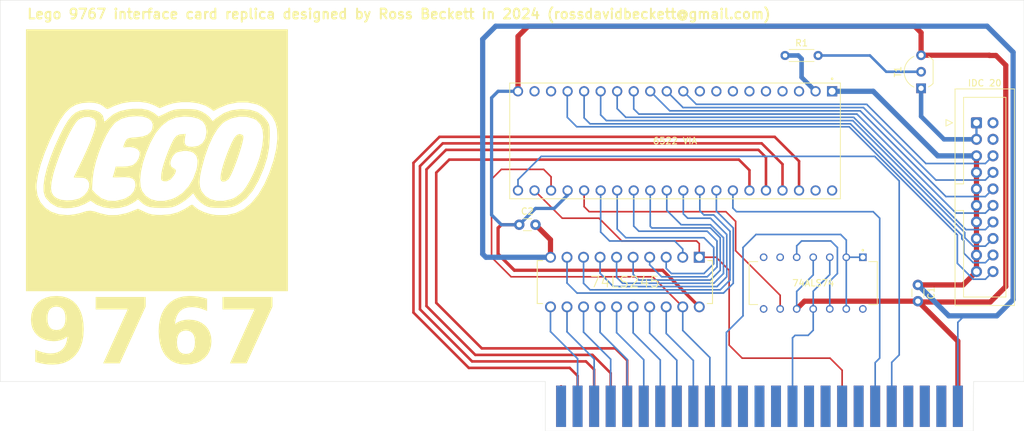
<source format=kicad_pcb>
(kicad_pcb (version 20240703) (generator "pcbnew") (generator_version "8.99")
  (title_block (title "apple2idiot") (date "2021-07-27") (rev "1.0.1") (company "Nathanial Hendler"))
  (layers (0 "F.Cu" signal) (31 "B.Cu" signal) (34 "B.Paste" user) (35 "F.Paste" user) (36 "B.SilkS" user "B.Silkscreen") (37 "F.SilkS" user "F.Silkscreen") (38 "B.Mask" user) (39 "F.Mask" user) (44 "Edge.Cuts" user))
  (net 0 "")
  (net 1 "/+12V")
  (net 2 "/D0")
  (net 3 "/D1")
  (net 4 "/D2")
  (net 5 "/D3")
  (net 6 "/D4")
  (net 7 "/D5")
  (net 8 "/D6")
  (net 9 "/D7")
  (net 10 "/~{DEVSEL}")
  (net 11 "/PHI0")
  (net 12 "/USER1")
  (net 13 "/PHI1")
  (net 14 "/Q3")
  (net 15 "/7M")
  (net 16 "/COLORREF")
  (net 17 "/-5V")
  (net 18 "/-12V")
  (net 19 "/~{INH}")
  (net 20 "/~{RES}")
  (net 21 "/~{IRQ}")
  (net 22 "/~{NMI}")
  (net 23 "/INTIN")
  (net 24 "/DMAIN")
  (net 25 "/~{IOSEL}")
  (net 26 "/A0")
  (net 27 "/A1")
  (net 28 "/A2")
  (net 29 "/A3")
  (net 30 "/A4")
  (net 31 "/A5")
  (net 32 "/A6")
  (net 33 "/A7")
  (net 34 "/A8")
  (net 35 "/A9")
  (net 36 "/A10")
  (net 37 "/A11")
  (net 38 "/A12")
  (net 39 "/A13")
  (net 40 "/A14")
  (net 41 "/A15")
  (net 42 "/R~{W}")
  (net 43 "/SYNC")
  (net 44 "/~{IOSTRB}")
  (net 45 "/RDY")
  (net 46 "/~{DMA}")
  (net 47 "/INTOUT")
  (net 48 "/DMAOUT")
  (net 49 "GND")
  (net 50 "+5V")
  (net 51 "PB7")
  (net 52 "PB6")
  (net 53 "PB5")
  (net 54 "PB4")
  (net 55 "PB3")
  (net 56 "PB2")
  (net 57 "PB1")
  (net 58 "PB0")
  (net 59 "PA0")
  (footprint "pub:AppleIIBus" (layer "F.Cu") (at 200.66 128.397)
    (property "Reference" "J1" (hide yes))
    (property "Value" "CARD EDGE" (hide yes))
    (pad "1" smd rect (at -30.48 0) (size 1.524 6.35) (layers "F.Cu" "F.Mask") (net 25 "/~{IOSEL}") (clearance 0.254))
    (pad "2" smd rect (at -27.94 0) (size 1.524 6.35) (layers "F.Cu" "F.Mask") (net 26 "/A0") (clearance 0.254))
    (pad "3" smd rect (at -25.4 0) (size 1.524 6.35) (layers "F.Cu" "F.Mask") (net 27 "/A1") (clearance 0.254))
    (pad "4" smd rect (at -22.86 0) (size 1.524 6.35) (layers "F.Cu" "F.Mask") (net 28 "/A2") (clearance 0.254))
    (pad "5" smd rect (at -20.32 0) (size 1.524 6.35) (layers "F.Cu" "F.Mask") (net 29 "/A3") (clearance 0.254))
    (pad "6" smd rect (at -17.78 0) (size 1.524 6.35) (layers "F.Cu" "F.Mask") (net 30 "/A4") (clearance 0.254))
    (pad "7" smd rect (at -15.24 0) (size 1.524 6.35) (layers "F.Cu" "F.Mask") (net 31 "/A5") (clearance 0.254))
    (pad "8" smd rect (at -12.7 0) (size 1.524 6.35) (layers "F.Cu" "F.Mask") (net 32 "/A6") (clearance 0.254))
    (pad "9" smd rect (at -10.16 0) (size 1.524 6.35) (layers "F.Cu" "F.Mask") (net 33 "/A7") (clearance 0.254))
    (pad "10" smd rect (at -7.62 0) (size 1.524 6.35) (layers "F.Cu" "F.Mask") (net 34 "/A8") (clearance 0.254))
    (pad "11" smd rect (at -5.08 0) (size 1.524 6.35) (layers "F.Cu" "F.Mask") (net 35 "/A9") (clearance 0.254))
    (pad "12" smd rect (at -2.54 0) (size 1.524 6.35) (layers "F.Cu" "F.Mask") (net 36 "/A10") (clearance 0.254))
    (pad "13" smd rect (at 0 0) (size 1.524 6.35) (layers "F.Cu" "F.Mask") (net 37 "/A11") (clearance 0.254))
    (pad "14" smd rect (at 2.54 0) (size 1.524 6.35) (layers "F.Cu" "F.Mask") (net 38 "/A12") (clearance 0.254))
    (pad "15" smd rect (at 5.08 0) (size 1.524 6.35) (layers "F.Cu" "F.Mask") (net 39 "/A13") (clearance 0.254))
    (pad "16" smd rect (at 7.62 0) (size 1.524 6.35) (layers "F.Cu" "F.Mask") (net 40 "/A14") (clearance 0.254))
    (pad "17" smd rect (at 10.16 0) (size 1.524 6.35) (layers "F.Cu" "F.Mask") (net 41 "/A15") (clearance 0.254))
    (pad "18" smd rect (at 12.7 0) (size 1.524 6.35) (layers "F.Cu" "F.Mask") (net 42 "/R~{W}") (clearance 0.254))
    (pad "19" smd rect (at 15.24 0) (size 1.524 6.35) (layers "F.Cu" "F.Mask") (net 43 "/SYNC") (clearance 0.254))
    (pad "20" smd rect (at 17.78 0) (size 1.524 6.35) (layers "F.Cu" "F.Mask") (net 44 "/~{IOSTRB}") (clearance 0.254))
    (pad "21" smd rect (at 20.32 0) (size 1.524 6.35) (layers "F.Cu" "F.Mask") (net 45 "/RDY") (clearance 0.254))
    (pad "22" smd rect (at 22.86 0) (size 1.524 6.35) (layers "F.Cu" "F.Mask") (net 46 "/~{DMA}") (clearance 0.254))
    (pad "23" smd rect (at 25.4 0) (size 1.524 6.35) (layers "F.Cu" "F.Mask") (net 47 "/INTOUT") (clearance 0.254))
    (pad "24" smd rect (at 27.94 0) (size 1.524 6.35) (layers "F.Cu" "F.Mask") (net 48 "/DMAOUT") (clearance 0.254))
    (pad "25" smd rect (at 30.48 0) (size 1.524 6.35) (layers "F.Cu" "F.Mask") (net 50 "+5V") (clearance 0.254))
    (pad "26" smd rect (at 30.48 0) (size 1.524 6.35) (layers "B.Cu" "B.Mask") (net 49 "GND") (clearance 0.254))
    (pad "27" smd rect (at 27.94 0) (size 1.524 6.35) (layers "B.Cu" "B.Mask") (net 24 "/DMAIN") (clearance 0.254))
    (pad "28" smd rect (at 25.4 0) (size 1.524 6.35) (layers "B.Cu" "B.Mask") (net 23 "/INTIN") (clearance 0.254))
    (pad "29" smd rect (at 22.86 0) (size 1.524 6.35) (layers "B.Cu" "B.Mask") (net 22 "/~{NMI}") (clearance 0.254))
    (pad "30" smd rect (at 20.32 0) (size 1.524 6.35) (layers "B.Cu" "B.Mask") (net 21 "/~{IRQ}") (clearance 0.254))
    (pad "31" smd rect (at 17.78 0) (size 1.524 6.35) (layers "B.Cu" "B.Mask") (net 20 "/~{RES}") (clearance 0.254))
    (pad "32" smd rect (at 15.24 0) (size 1.524 6.35) (layers "B.Cu" "B.Mask") (net 19 "/~{INH}") (clearance 0.254))
    (pad "33" smd rect (at 12.7 0) (size 1.524 6.35) (layers "B.Cu" "B.Mask") (net 18 "/-12V") (clearance 0.254))
    (pad "34" smd rect (at 10.16 0) (size 1.524 6.35) (layers "B.Cu" "B.Mask") (net 17 "/-5V") (clearance 0.254))
    (pad "35" smd rect (at 7.62 0) (size 1.524 6.35) (layers "B.Cu" "B.Mask") (net 16 "/COLORREF") (clearance 0.254))
    (pad "36" smd rect (at 5.08 0) (size 1.524 6.35) (layers "B.Cu" "B.Mask") (net 15 "/7M") (clearance 0.254))
    (pad "37" smd rect (at 2.54 0) (size 1.524 6.35) (layers "B.Cu" "B.Mask") (net 14 "/Q3") (clearance 0.254))
    (pad "38" smd rect (at 0 0) (size 1.524 6.35) (layers "B.Cu" "B.Mask") (net 13 "/PHI1") (clearance 0.254))
    (pad "39" smd rect (at -2.54 0) (size 1.524 6.35) (layers "B.Cu" "B.Mask") (net 12 "/USER1") (clearance 0.254))
    (pad "40" smd rect (at -5.08 0) (size 1.524 6.35) (layers "B.Cu" "B.Mask") (net 11 "/PHI0") (clearance 0.254))
    (pad "41" smd rect (at -7.62 0) (size 1.524 6.35) (layers "B.Cu" "B.Mask") (net 10 "/~{DEVSEL}") (clearance 0.254))
    (pad "42" smd rect (at -10.16 0) (size 1.524 6.35) (layers "B.Cu" "B.Mask") (net 9 "/D7") (clearance 0.254))
    (pad "43" smd rect (at -12.7 0) (size 1.524 6.35) (layers "B.Cu" "B.Mask") (net 8 "/D6") (clearance 0.254))
    (pad "44" smd rect (at -15.24 0) (size 1.524 6.35) (layers "B.Cu" "B.Mask") (net 7 "/D5") (clearance 0.254))
    (pad "45" smd rect (at -17.78 0) (size 1.524 6.35) (layers "B.Cu" "B.Mask") (net 6 "/D4") (clearance 0.254))
    (pad "46" smd rect (at -20.32 0) (size 1.524 6.35) (layers "B.Cu" "B.Mask") (net 5 "/D3") (clearance 0.254))
    (pad "47" smd rect (at -22.86 0) (size 1.524 6.35) (layers "B.Cu" "B.Mask") (net 4 "/D2") (clearance 0.254))
    (pad "48" smd rect (at -25.4 0) (size 1.524 6.35) (layers "B.Cu" "B.Mask") (net 3 "/D1") (clearance 0.254))
    (pad "49" smd rect (at -27.94 0) (size 1.524 6.35) (layers "B.Cu" "B.Mask") (net 2 "/D0") (clearance 0.254))
    (pad "50" smd rect (at -30.48 0) (size 1.524 6.35) (layers "B.Cu" "B.Mask") (net 1 "/+12V") (clearance 0.254))
  )
  (footprint "Resistor_THT:R_Axial_DIN0204_L3.6mm_D1.6mm_P5.08mm_Horizontal" (layer "F.Cu") (at 204.591906 74.5)
    (property "Reference" "R1" (at 2.54 -1.92 0) (layer "F.SilkS"))
    (property "Value" "R_Axial_DIN0204_L3.6mm_D1.6mm_P5.08mm_Horizontal" (hide yes))
    (pad "1" thru_hole circle (at 0 0) (size 1.4 1.4) (drill 0.7) (layers "*.Cu" "*.Mask") (net 59 "PA0"))
    (pad "2" thru_hole oval (at 5.08 0) (size 1.4 1.4) (drill 0.7) (layers "*.Cu" "*.Mask") (net 59 "PA0"))
  )
  (footprint "DIP40:AMPHENOL_DILB40P-223TLF" (layer "F.Cu") (at 187.69 87.62 -90)
    (property "Reference" "6522 VIA" (at 0 0 0) (layer "F.SilkS"))
    (property "Value" "AMPHENOL_DILB40P-223TLF" (hide yes))
    (pad "+5V" thru_hole circle (at -7.62 24.13 270) (size 1.575 1.575) (drill 1.05) (layers "*.Cu" "*.Mask") (net 50 "+5V"))
    (pad "02" thru_hole circle (at 7.62 13.97 270) (size 1.575 1.575) (drill 1.05) (layers "*.Cu" "*.Mask"))
    (pad "03" thru_hole circle (at -7.62 -19.05 270) (size 1.575 1.575) (drill 1.05) (layers "*.Cu" "*.Mask"))
    (pad "04" thru_hole circle (at -7.62 -16.51 270) (size 1.575 1.575) (drill 1.05) (layers "*.Cu" "*.Mask"))
    (pad "05" thru_hole circle (at -7.62 -13.97 270) (size 1.575 1.575) (drill 1.05) (layers "*.Cu" "*.Mask"))
    (pad "06" thru_hole circle (at -7.62 -11.43 270) (size 1.575 1.575) (drill 1.05) (layers "*.Cu" "*.Mask"))
    (pad "07" thru_hole circle (at -7.62 -8.89 270) (size 1.575 1.575) (drill 1.05) (layers "*.Cu" "*.Mask"))
    (pad "08" thru_hole circle (at -7.62 -6.35 270) (size 1.575 1.575) (drill 1.05) (layers "*.Cu" "*.Mask"))
    (pad "09" thru_hole circle (at -7.62 -3.81 270) (size 1.575 1.575) (drill 1.05) (layers "*.Cu" "*.Mask"))
    (pad "21" thru_hole circle (at 7.62 24.13 270) (size 1.575 1.575) (drill 1.05) (layers "*.Cu" "*.Mask") (net 21 "/~{IRQ}"))
    (pad "22" thru_hole circle (at 7.62 21.59 270) (size 1.575 1.575) (drill 1.05) (layers "*.Cu" "*.Mask") (net 42 "/R~{W}"))
    (pad "23" thru_hole circle (at 7.62 19.05 270) (size 1.575 1.575) (drill 1.05) (layers "*.Cu" "*.Mask") (net 10 "/~{DEVSEL}"))
    (pad "34" thru_hole circle (at 7.62 -8.89 270) (size 1.575 1.575) (drill 1.05) (layers "*.Cu" "*.Mask") (net 20 "/~{RES}"))
    (pad "35" thru_hole circle (at 7.62 -11.43 270) (size 1.575 1.575) (drill 1.05) (layers "*.Cu" "*.Mask") (net 29 "/A3"))
    (pad "36" thru_hole circle (at 7.62 -13.97 270) (size 1.575 1.575) (drill 1.05) (layers "*.Cu" "*.Mask") (net 28 "/A2"))
    (pad "37" thru_hole circle (at 7.62 -16.51 270) (size 1.575 1.575) (drill 1.05) (layers "*.Cu" "*.Mask") (net 27 "/A1"))
    (pad "38" thru_hole circle (at 7.62 -19.05 270) (size 1.575 1.575) (drill 1.05) (layers "*.Cu" "*.Mask") (net 26 "/A0"))
    (pad "39" thru_hole circle (at 7.62 -21.59 270) (size 1.575 1.575) (drill 1.05) (layers "*.Cu" "*.Mask"))
    (pad "40" thru_hole circle (at 7.62 -24.13 270) (size 1.575 1.575) (drill 1.05) (layers "*.Cu" "*.Mask"))
    (pad "CB1" thru_hole circle (at -7.62 19.05 270) (size 1.575 1.575) (drill 1.05) (layers "*.Cu" "*.Mask"))
    (pad "CB2" thru_hole circle (at -7.62 21.59 270) (size 1.575 1.575) (drill 1.05) (layers "*.Cu" "*.Mask"))
    (pad "CS1" thru_hole circle (at 7.62 16.51 270) (size 1.575 1.575) (drill 1.05) (layers "*.Cu" "*.Mask") (net 50 "+5V"))
    (pad "D0" thru_hole circle (at 7.62 -6.35 270) (size 1.575 1.575) (drill 1.05) (layers "*.Cu" "*.Mask"))
    (pad "D1" thru_hole circle (at 7.62 -3.81 270) (size 1.575 1.575) (drill 1.05) (layers "*.Cu" "*.Mask"))
    (pad "D2" thru_hole circle (at 7.62 -1.27 270) (size 1.575 1.575) (drill 1.05) (layers "*.Cu" "*.Mask"))
    (pad "D3" thru_hole circle (at 7.62 1.27 270) (size 1.575 1.575) (drill 1.05) (layers "*.Cu" "*.Mask"))
    (pad "D4" thru_hole circle (at 7.62 3.81 270) (size 1.575 1.575) (drill 1.05) (layers "*.Cu" "*.Mask"))
    (pad "D5" thru_hole circle (at 7.62 6.35 270) (size 1.575 1.575) (drill 1.05) (layers "*.Cu" "*.Mask"))
    (pad "D6" thru_hole circle (at 7.62 8.89 270) (size 1.575 1.575) (drill 1.05) (layers "*.Cu" "*.Mask"))
    (pad "D7" thru_hole circle (at 7.62 11.43 270) (size 1.575 1.575) (drill 1.05) (layers "*.Cu" "*.Mask"))
    (pad "PA0" thru_hole circle (at -7.62 -21.59 270) (size 1.575 1.575) (drill 1.05) (layers "*.Cu" "*.Mask") (net 59 "PA0"))
    (pad "PB0" thru_hole circle (at -7.62 -1.27 270) (size 1.575 1.575) (drill 1.05) (layers "*.Cu" "*.Mask") (net 58 "PB0"))
    (pad "PB1" thru_hole circle (at -7.62 1.27 270) (size 1.575 1.575) (drill 1.05) (layers "*.Cu" "*.Mask") (net 57 "PB1"))
    (pad "PB2" thru_hole circle (at -7.62 3.81 270) (size 1.575 1.575) (drill 1.05) (layers "*.Cu" "*.Mask") (net 56 "PB2"))
    (pad "PB3" thru_hole circle (at -7.62 6.35 270) (size 1.575 1.575) (drill 1.05) (layers "*.Cu" "*.Mask") (net 55 "PB3"))
    (pad "PB4" thru_hole circle (at -7.62 8.89 270) (size 1.575 1.575) (drill 1.05) (layers "*.Cu" "*.Mask") (net 54 "PB4"))
    (pad "PB5" thru_hole circle (at -7.62 11.43 270) (size 1.575 1.575) (drill 1.05) (layers "*.Cu" "*.Mask") (net 53 "PB5"))
    (pad "PB6" thru_hole circle (at -7.62 13.97 270) (size 1.575 1.575) (drill 1.05) (layers "*.Cu" "*.Mask") (net 52 "PB6"))
    (pad "PB7" thru_hole circle (at -7.62 16.51 270) (size 1.575 1.575) (drill 1.05) (layers "*.Cu" "*.Mask") (net 51 "PB7"))
    (pad "VSS" thru_hole rect (at -7.62 -24.13 270) (size 1.575 1.575) (drill 1.05) (layers "*.Cu" "*.Mask") (net 49 "GND"))
  )
  (footprint "PCM_Package_TO_SOT_THT_AKL_Double:TO-92_Inline_Wide_CEB" (layer "F.Cu") (at 225.491906 79.54 90)
    (property "Reference" "T1" (at 2.54 -3.56 90) (layer "F.SilkS"))
    (property "Value" "TO-92_Inline_Wide_CEB" (hide yes))
    (pad "1" thru_hole rect (at 0 0 180) (size 1.5 1.5) (drill 0.8) (layers "*.Cu" "*.Mask"))
    (pad "2" thru_hole circle (at 2.54 0 180) (size 1.5 1.5) (drill 0.8) (layers "*.Cu" "*.Mask") (net 59 "PA0"))
    (pad "3" thru_hole circle (at 5.08 0) (size 1.5 1.5) (drill 0.8) (layers "*.Cu" "*.Mask") (net 50 "+5V"))
  )
  (footprint "74ALS74:DIP794W45P254L1969H508Q14" (layer "F.Cu") (at 208.92 109.47 -90)
    (property "Reference" "74ALS74" (at 0 0 0) (layer "F.SilkS"))
    (property "Value" "DIP794W45P254L1969H508Q14" (hide yes))
    (pad "1" thru_hole rect (at -3.97 -7.62 270) (size 1.17 1.17) (drill 0.77) (layers "*.Cu" "*.Mask"))
    (pad "2" thru_hole circle (at -3.97 -5.08 270) (size 1.17 1.17) (drill 0.77) (layers "*.Cu" "*.Mask") (net 11 "/PHI0"))
    (pad "3" thru_hole circle (at -3.97 -2.54 270) (size 1.17 1.17) (drill 0.77) (layers "*.Cu" "*.Mask") (net 15 "/7M"))
    (pad "4" thru_hole circle (at -3.97 0 270) (size 1.17 1.17) (drill 0.77) (layers "*.Cu" "*.Mask"))
    (pad "5" thru_hole circle (at -3.97 2.54 270) (size 1.17 1.17) (drill 0.77) (layers "*.Cu" "*.Mask"))
    (pad "6" thru_hole circle (at -3.97 5.08 270) (size 1.17 1.17) (drill 0.77) (layers "*.Cu" "*.Mask"))
    (pad "7" thru_hole circle (at -3.97 7.62 270) (size 1.17 1.17) (drill 0.77) (layers "*.Cu" "*.Mask"))
    (pad "8" thru_hole circle (at 3.97 7.62 270) (size 1.17 1.17) (drill 0.77) (layers "*.Cu" "*.Mask"))
    (pad "9" thru_hole circle (at 3.97 5.08 270) (size 1.17 1.17) (drill 0.77) (layers "*.Cu" "*.Mask"))
    (pad "10" thru_hole circle (at 3.97 2.54 270) (size 1.17 1.17) (drill 0.77) (layers "*.Cu" "*.Mask") (net 50 "+5V"))
    (pad "11" thru_hole circle (at 3.97 0 270) (size 1.17 1.17) (drill 0.77) (layers "*.Cu" "*.Mask") (net 15 "/7M"))
    (pad "12" thru_hole circle (at 3.97 -2.54 270) (size 1.17 1.17) (drill 0.77) (layers "*.Cu" "*.Mask"))
    (pad "13" thru_hole circle (at 3.97 -5.08 270) (size 1.17 1.17) (drill 0.77) (layers "*.Cu" "*.Mask"))
    (pad "14" thru_hole circle (at 3.97 -7.62 270) (size 1.17 1.17) (drill 0.77) (layers "*.Cu" "*.Mask"))
  )
  (footprint "Connector_IDC:IDC-Header_2x10_P2.54mm_Vertical" (layer "F.Cu") (at 234 84.84)
    (property "Reference" "IDC 20" (at 1.27 -6.1 0) (layer "F.SilkS"))
    (property "Value" "IDC-Header_2x10_P2.54mm_Vertical" (hide yes))
    (pad "1" thru_hole roundrect (at 0 0) (size 1.7 1.7) (drill 1) (layers "*.Cu" "*.Mask") (roundrect_rratio 0.147059))
    (pad "2" thru_hole circle (at 2.54 0) (size 1.7 1.7) (drill 1) (layers "*.Cu" "*.Mask"))
    (pad "3" thru_hole circle (at 0 2.54) (size 1.7 1.7) (drill 1) (layers "*.Cu" "*.Mask"))
    (pad "4" thru_hole circle (at 2.54 2.54) (size 1.7 1.7) (drill 1) (layers "*.Cu" "*.Mask"))
    (pad "5" thru_hole circle (at 0 5.08) (size 1.7 1.7) (drill 1) (layers "*.Cu" "*.Mask") (net 49 "GND"))
    (pad "6" thru_hole circle (at 2.54 5.08) (size 1.7 1.7) (drill 1) (layers "*.Cu" "*.Mask") (net 58 "PB0"))
    (pad "7" thru_hole circle (at 0 7.62) (size 1.7 1.7) (drill 1) (layers "*.Cu" "*.Mask") (net 49 "GND"))
    (pad "8" thru_hole circle (at 2.54 7.62) (size 1.7 1.7) (drill 1) (layers "*.Cu" "*.Mask") (net 57 "PB1"))
    (pad "9" thru_hole circle (at 0 10.16) (size 1.7 1.7) (drill 1) (layers "*.Cu" "*.Mask") (net 49 "GND"))
    (pad "10" thru_hole circle (at 2.54 10.16) (size 1.7 1.7) (drill 1) (layers "*.Cu" "*.Mask") (net 56 "PB2"))
    (pad "11" thru_hole circle (at 0 12.7) (size 1.7 1.7) (drill 1) (layers "*.Cu" "*.Mask") (net 49 "GND"))
    (pad "12" thru_hole circle (at 2.54 12.7) (size 1.7 1.7) (drill 1) (layers "*.Cu" "*.Mask") (net 55 "PB3"))
    (pad "13" thru_hole circle (at 0 15.24) (size 1.7 1.7) (drill 1) (layers "*.Cu" "*.Mask") (net 49 "GND"))
    (pad "14" thru_hole circle (at 2.54 15.24) (size 1.7 1.7) (drill 1) (layers "*.Cu" "*.Mask") (net 54 "PB4"))
    (pad "15" thru_hole circle (at 0 17.78) (size 1.7 1.7) (drill 1) (layers "*.Cu" "*.Mask") (net 49 "GND"))
    (pad "16" thru_hole circle (at 2.54 17.78) (size 1.7 1.7) (drill 1) (layers "*.Cu" "*.Mask") (net 53 "PB5"))
    (pad "17" thru_hole circle (at 0 20.32) (size 1.7 1.7) (drill 1) (layers "*.Cu" "*.Mask") (net 49 "GND"))
    (pad "18" thru_hole circle (at 2.54 20.32) (size 1.7 1.7) (drill 1) (layers "*.Cu" "*.Mask") (net 52 "PB6"))
    (pad "19" thru_hole circle (at 0 22.86) (size 1.7 1.7) (drill 1) (layers "*.Cu" "*.Mask") (net 49 "GND"))
    (pad "20" thru_hole circle (at 2.54 22.86) (size 1.7 1.7) (drill 1) (layers "*.Cu" "*.Mask") (net 51 "PB7"))
  )
  (footprint "74LS245:DIP254P762X508-20" (layer "F.Cu") (at 168.551906 113.12 -90)
    (property "Reference" "74LS245" (at -3.81 -11.43 0) (layer "F.SilkS") (effects (font (size 1.640701 1.640701))))
    (property "Value" "DIP254P762X508-20" (hide yes))
    (pad "1" thru_hole rect (at -7.62 -22.86 270) (size 1.6764 1.6764) (drill 1.1176) (layers "*.Cu" "*.Mask") (net 42 "/R~{W}"))
    (pad "2" thru_hole circle (at -7.62 -20.32 270) (size 1.6764 1.6764) (drill 1.1176) (layers "*.Cu" "*.Mask"))
    (pad "3" thru_hole circle (at -7.62 -17.78 270) (size 1.6764 1.6764) (drill 1.1176) (layers "*.Cu" "*.Mask"))
    (pad "4" thru_hole circle (at -7.62 -15.24 270) (size 1.6764 1.6764) (drill 1.1176) (layers "*.Cu" "*.Mask"))
    (pad "5" thru_hole circle (at -7.62 -12.7 270) (size 1.6764 1.6764) (drill 1.1176) (layers "*.Cu" "*.Mask"))
    (pad "6" thru_hole circle (at -7.62 -10.16 270) (size 1.6764 1.6764) (drill 1.1176) (layers "*.Cu" "*.Mask"))
    (pad "7" thru_hole circle (at -7.62 -7.62 270) (size 1.6764 1.6764) (drill 1.1176) (layers "*.Cu" "*.Mask"))
    (pad "8" thru_hole circle (at -7.62 -5.08 270) (size 1.6764 1.6764) (drill 1.1176) (layers "*.Cu" "*.Mask"))
    (pad "9" thru_hole circle (at -7.62 -2.54 270) (size 1.6764 1.6764) (drill 1.1176) (layers "*.Cu" "*.Mask"))
    (pad "10" thru_hole circle (at -7.62 0 270) (size 1.6764 1.6764) (drill 1.1176) (layers "*.Cu" "*.Mask") (net 49 "GND"))
    (pad "11" thru_hole circle (at 0 0 270) (size 1.6764 1.6764) (drill 1.1176) (layers "*.Cu" "*.Mask") (net 2 "/D0"))
    (pad "12" thru_hole circle (at 0 -2.54 270) (size 1.6764 1.6764) (drill 1.1176) (layers "*.Cu" "*.Mask") (net 3 "/D1"))
    (pad "13" thru_hole circle (at 0 -5.08 270) (size 1.6764 1.6764) (drill 1.1176) (layers "*.Cu" "*.Mask") (net 4 "/D2"))
    (pad "14" thru_hole circle (at 0 -7.62 270) (size 1.6764 1.6764) (drill 1.1176) (layers "*.Cu" "*.Mask") (net 5 "/D3"))
    (pad "15" thru_hole circle (at 0 -10.16 270) (size 1.6764 1.6764) (drill 1.1176) (layers "*.Cu" "*.Mask") (net 6 "/D4"))
    (pad "16" thru_hole circle (at 0 -12.7 270) (size 1.6764 1.6764) (drill 1.1176) (layers "*.Cu" "*.Mask") (net 7 "/D5"))
    (pad "17" thru_hole circle (at 0 -15.24 270) (size 1.6764 1.6764) (drill 1.1176) (layers "*.Cu" "*.Mask") (net 8 "/D6"))
    (pad "18" thru_hole circle (at 0 -17.78 270) (size 1.6764 1.6764) (drill 1.1176) (layers "*.Cu" "*.Mask") (net 9 "/D7"))
    (pad "19" thru_hole circle (at 0 -20.32 270) (size 1.6764 1.6764) (drill 1.1176) (layers "*.Cu" "*.Mask") (net 10 "/~{DEVSEL}"))
    (pad "20" thru_hole circle (at 0 -22.86 270) (size 1.6764 1.6764) (drill 1.1176) (layers "*.Cu" "*.Mask") (net 50 "+5V"))
  )
  (footprint "Capacitor_THT:C_Disc_D3.0mm_W1.6mm_P2.50mm" (layer "F.Cu") (at 225 109.75 -90)
    (property "Reference" "C1" (at 1.25 -2.05 90) (layer "F.SilkS"))
    (property "Value" "C1" (hide yes))
    (pad "1" thru_hole circle (at 0 0 270) (size 1.6 1.6) (drill 0.8) (layers "*.Cu" "*.Mask") (net 49 "GND"))
    (pad "2" thru_hole circle (at 2.5 0 270) (size 1.6 1.6) (drill 0.8) (layers "*.Cu" "*.Mask") (net 50 "+5V"))
  )
  (footprint "Capacitor_THT:C_Disc_D3.0mm_W1.6mm_P2.50mm" (layer "F.Cu") (at 163.75 100.5)
    (property "Reference" "C2" (at 1.25 -2.05 0) (layer "F.SilkS"))
    (property "Value" "C1" (hide yes))
    (pad "1" thru_hole circle (at 0 0) (size 1.6 1.6) (drill 0.8) (layers "*.Cu" "*.Mask") (net 50 "+5V"))
    (pad "2" thru_hole circle (at 2.5 0) (size 1.6 1.6) (drill 0.8) (layers "*.Cu" "*.Mask") (net 49 "GND"))
  )
  (footprint "LOGO" (layer "F.Cu") (at 108 90.5)
    (property "Reference" "G***" (hide yes))
    (property "Value" "LOGO" (hide yes))
  )
  (gr_line (start 84 66) (end 84 124.587) (stroke (width 0.05)) (layer "Edge.Cuts"))
  (gr_line (start 241.3 124.587) (end 241.3 66) (stroke (width 0.05)) (layer "Edge.Cuts"))
  (gr_line (start 167.767 124.587) (end 84 124.587) (stroke (width 0.05)) (layer "Edge.Cuts"))
  (gr_line (start 167.767 132.207) (end 233.5 132.207) (stroke (width 0.05)) (layer "Edge.Cuts"))
  (gr_line (start 233.5 132.207) (end 233.553 124.587) (stroke (width 0.05)) (layer "Edge.Cuts"))
  (gr_line (start 241.3 66) (end 84 66) (stroke (width 0.05)) (layer "Edge.Cuts"))
  (gr_line (start 233.553 124.587) (end 241.3 124.587) (stroke (width 0.05)) (layer "Edge.Cuts"))
  (gr_line (start 167.767 132.207) (end 167.767 124.587) (stroke (width 0.05)) (layer "Edge.Cuts"))
  (gr_text "Lego 9767 interface card replica designed by Ross Beckett in 2024 (rossdavidbeckett@gmail.com)" (at 88 69 0) (layer "F.SilkS") (effects (font (size 1.5 1.5) (thickness 0.3) (bold yes)) (justify left bottom)))
  (gr_text "9767" (at 88 123.5 0) (layer "F.SilkS") (effects (font (size 10 10) (thickness 0.3) (bold yes)) (justify left bottom)))
  (segment (start 173.72 95.24) (end 173.72 97.72) (width 0.25) (layer "F.Cu") (net 0))
  (segment (start 197 100) (end 197 104.5) (width 0.25) (layer "F.Cu") (net 0))
  (segment (start 174.5 98.5) (end 195.5 98.5) (width 0.25) (layer "F.Cu") (net 0))
  (segment (start 173.72 97.72) (end 174.5 98.5) (width 0.25) (layer "F.Cu") (net 0))
  (segment (start 203.84 111.34) (end 203.84 113.44) (width 0.25) (layer "F.Cu") (net 0))
  (segment (start 197 104.5) (end 203.84 111.34) (width 0.25) (layer "F.Cu") (net 0))
  (segment (start 195.5 98.5) (end 197 100) (width 0.25) (layer "F.Cu") (net 0))
  (segment (start 178.8 101.168094) (end 180.131906 102.5) (width 0.25) (layer "B.Cu") (net 0))
  (segment (start 193.131906 109) (end 182.131906 109) (width 0.25) (layer "B.Cu") (net 0))
  (segment (start 211.46 113.44) (end 211.46 109.171906) (width 0.25) (layer "B.Cu") (net 0))
  (segment (start 196.131906 109) (end 194.631906 110.5) (width 0.25) (layer "B.Cu") (net 0))
  (segment (start 186.331906 107.2) (end 186.331906 105.5) (width 0.25) (layer "B.Cu") (net 0))
  (segment (start 183.88 95.24) (end 183.88 100.748094) (width 0.25) (layer "B.Cu") (net 0))
  (segment (start 191.5 95.24) (end 191.5 98.368094) (width 0.25) (layer "B.Cu") (net 0))
  (segment (start 193.131906 101) (end 194.631906 102.5) (width 0.25) (layer "B.Cu") (net 0))
  (segment (start 176.171906 107.96) (end 176.171906 105.5) (width 0.25) (layer "B.Cu") (net 0))
  (segment (start 196.631906 109.5) (end 195.131906 111) (width 0.25) (layer "B.Cu") (net 0))
  (segment (start 194.631906 110.5) (end 174.631906 110.5) (width 0.25) (layer "B.Cu") (net 0))
  (segment (start 206.38 103.751906) (end 206.38 105.5) (width 0.25) (layer "B.Cu") (net 0))
  (segment (start 188.96 95.24) (end 188.96 98.828094) (width 0.25) (layer "B.Cu") (net 0))
  (segment (start 183.88 100.748094) (end 184.131906 101) (width 0.25) (layer "B.Cu") (net 0))
  (segment (start 192.631906 108.5) (end 185.631906 108.5) (width 0.25) (layer "B.Cu") (net 0))
  (segment (start 183.791906 106.66) (end 183.791906 105.5) (width 0.25) (layer "B.Cu") (net 0))
  (segment (start 194.131906 103) (end 194.131906 107) (width 0.25) (layer "B.Cu") (net 0))
  (segment (start 194.04 98.408094) (end 196.631906 101) (width 0.25) (layer "B.Cu") (net 0))
  (segment (start 192.131906 102.5) (end 193.631906 104) (width 0.25) (layer "B.Cu") (net 0))
  (segment (start 193.631906 106.5) (end 192.131906 108) (width 0.25) (layer "B.Cu") (net 0))
  (segment (start 177.631906 103) (end 176.26 101.628094) (width 0.25) (layer "B.Cu") (net 0))
  (segment (start 188.96 98.828094) (end 189.631906 99.5) (width 0.25) (layer "B.Cu") (net 0))
  (segment (start 191.5 98.368094) (end 192.131906 99) (width 0.25) (layer "B.Cu") (net 0))
  (segment (start 178.8 95.24) (end 178.8 101.168094) (width 0.25) (layer "B.Cu") (net 0))
  (segment (start 173.631906 109.5) (end 174.631906 110.5) (width 0.25) (layer "B.Cu") (net 0))
  (segment (start 195.131906 102.5) (end 195.131906 108) (width 0.25) (layer "B.Cu") (net 0))
  (segment (start 192.631906 101.5) (end 194.131906 103) (width 0.25) (layer "B.Cu") (net 0))
  (segment (start 185.631906 108.5) (end 183.791906 106.66) (width 0.25) (layer "B.Cu") (net 0))
  (segment (start 234 84.84) (end 234 87.38) (width 0.35) (layer "B.Cu") (net 0))
  (segment (start 176.26 101.628094) (end 176.26 95.24) (width 0.25) (layer "B.Cu") (net 0))
  (segment (start 172.631906 111) (end 171.131906 109.5) (width 0.25) (layer "B.Cu") (net 0))
  (segment (start 188.871906 104.24) (end 187.631906 103) (width 0.25) (layer "B.Cu") (net 0))
  (segment (start 207.131906 103) (end 206.38 103.751906) (width 0.25) (layer "B.Cu") (net 0))
  (segment (start 225.491906 83.86) (end 229.011906 87.38) (width 0.7) (layer "B.Cu") (net 0))
  (segment (start 186.42 95.24) (end 186.42 98.288094) (width 0.25) (layer "B.Cu") (net 0))
  (segment (start 181.34 95.24) (end 181.34 100.708094) (width 0.25) (layer "B.Cu") (net 0))
  (segment (start 193.131906 99.5) (end 195.631906 102) (width 0.25) (layer "B.Cu") (net 0))
  (segment (start 195.131906 108) (end 193.631906 109.5) (width 0.25) (layer "B.Cu") (net 0))
  (segment (start 193.631906 104) (end 193.631906 106.5) (width 0.25) (layer "B.Cu") (net 0))
  (segment (start 178.711906 108.58) (end 178.711906 105.5) (width 0.25) (layer "B.Cu") (net 0))
  (segment (start 211.631906 103) (end 207.131906 103) (width 0.25) (layer "B.Cu") (net 0))
  (segment (start 179.631906 109.5) (end 178.711906 108.58) (width 0.25) (layer "B.Cu") (net 0))
  (segment (start 184.131906 101) (end 193.131906 101) (width 0.25) (layer "B.Cu") (net 0))
  (segment (start 171.131906 109.5) (end 171.091906 109.46) (width 0.25) (layer "B.Cu") (net 0))
  (segment (start 194.631906 107.5) (end 193.131906 109) (width 0.25) (layer "B.Cu") (net 0))
  (segment (start 187.131906 108) (end 186.331906 107.2) (width 0.25) (layer "B.Cu") (net 0))
  (segment (start 173.631906 109.5) (end 173.631906 105.5) (width 0.25) (layer "B.Cu") (net 0))
  (segment (start 186.42 98.288094) (end 188.631906 100.5) (width 0.25) (layer "B.Cu") (net 0))
  (segment (start 196.131906 101.5) (end 196.131906 109) (width 0.25) (layer "B.Cu") (net 0))
  (segment (start 187.631906 103) (end 177.631906 103) (width 0.25) (layer "B.Cu") (net 0))
  (segment (start 192.131906 99) (end 193.631906 99) (width 0.25) (layer "B.Cu") (net 0))
  (segment (start 188.871906 105.5) (end 188.871906 104.24) (width 0.25) (layer "B.Cu") (net 0))
  (segment (start 193.131906 100.5) (end 195.131906 102.5) (width 0.25) (layer "B.Cu") (net 0))
  (segment (start 229.011906 87.38) (end 234 87.38) (width 0.7) (layer "B.Cu") (net 0))
  (segment (start 182.131906 101.5) (end 192.631906 101.5) (width 0.25) (layer "B.Cu") (net 0))
  (segment (start 178.211906 110) (end 176.171906 107.96) (width 0.25) (layer "B.Cu") (net 0))
  (segment (start 225.491906 79.54) (end 225.491906 83.86) (width 0.7) (layer "B.Cu") (net 0))
  (segment (start 195.631906 108.5) (end 194.131906 110) (width 0.25) (layer "B.Cu") (net 0))
  (segment (start 194.131906 107) (end 192.631906 108.5) (width 0.25) (layer "B.Cu") (net 0))
  (segment (start 189.631906 99.5) (end 193.131906 99.5) (width 0.25) (layer "B.Cu") (net 0))
  (segment (start 171.091906 109.46) (end 171.091906 105.5) (width 0.25) (layer "B.Cu") (net 0))
  (segment (start 182.131906 109) (end 181.251906 108.12) (width 0.25) (layer "B.Cu") (net 0))
  (segment (start 181.34 100.708094) (end 182.131906 101.5) (width 0.25) (layer "B.Cu") (net 0))
  (segment (start 194.631906 102.5) (end 194.631906 107.5) (width 0.25) (layer "B.Cu") (net 0))
  (segment (start 180.131906 102.5) (end 192.131906 102.5) (width 0.25) (layer "B.Cu") (net 0))
  (segment (start 194.04 95.24) (end 194.04 98.408094) (width 0.25) (layer "B.Cu") (net 0))
  (segment (start 193.631906 99) (end 196.131906 101.5) (width 0.25) (layer "B.Cu") (net 0))
  (segment (start 195.131906 111) (end 172.631906 111) (width 0.25) (layer "B.Cu") (net 0))
  (segment (start 212.631906 108) (end 212.631906 104) (width 0.25) (layer "B.Cu") (net 0))
  (segment (start 188.631906 100.5) (end 193.131906 100.5) (width 0.25) (layer "B.Cu") (net 0))
  (segment (start 192.131906 108) (end 187.131906 108) (width 0.25) (layer "B.Cu") (net 0))
  (segment (start 211.46 109.171906) (end 212.631906 108) (width 0.25) (layer "B.Cu") (net 0))
  (segment (start 194.131906 110) (end 178.211906 110) (width 0.25) (layer "B.Cu") (net 0))
  (segment (start 195.631906 102) (end 195.631906 108.5) (width 0.25) (layer "B.Cu") (net 0))
  (segment (start 181.251906 108.12) (end 181.251906 105.5) (width 0.25) (layer "B.Cu") (net 0))
  (segment (start 212.631906 104) (end 211.631906 103) (width 0.25) (layer "B.Cu") (net 0))
  (segment (start 193.631906 109.5) (end 179.631906 109.5) (width 0.25) (layer "B.Cu") (net 0))
  (segment (start 196.631906 101) (end 196.631906 109.5) (width 0.25) (layer "B.Cu") (net 0))
  (segment (start 168.551906 116.92) (end 172.72 121.088094) (width 0.25) (layer "B.Cu") (net 2))
  (segment (start 168.551906 113.12) (end 168.551906 116.92) (width 0.25) (layer "B.Cu") (net 2))
  (segment (start 172.72 121.088094) (end 172.72 128.397) (width 0.25) (layer "B.Cu") (net 2))
  (segment (start 175.26 121.128094) (end 175.26 128.397) (width 0.25) (layer "B.Cu") (net 3))
  (segment (start 171.091906 113.12) (end 171.091906 116.96) (width 0.25) (layer "B.Cu") (net 3))
  (segment (start 171.091906 116.96) (end 175.26 121.128094) (width 0.25) (layer "B.Cu") (net 3))
  (segment (start 177.8 121.168094) (end 177.8 128.397) (width 0.25) (layer "B.Cu") (net 4))
  (segment (start 173.631906 117) (end 177.8 121.168094) (width 0.25) (layer "B.Cu") (net 4))
  (segment (start 173.631906 113.12) (end 173.631906 117) (width 0.25) (layer "B.Cu") (net 4))
  (segment (start 180.34 121.208094) (end 180.34 128.397) (width 0.25) (layer "B.Cu") (net 5))
  (segment (start 176.171906 117.04) (end 180.34 121.208094) (width 0.25) (layer "B.Cu") (net 5))
  (segment (start 176.171906 113.12) (end 176.171906 117.04) (width 0.25) (layer "B.Cu") (net 5))
  (segment (start 182.88 121.248094) (end 178.711906 117.08) (width 0.25) (layer "B.Cu") (net 6))
  (segment (start 178.711906 117.08) (end 178.711906 113.12) (width 0.25) (layer "B.Cu") (net 6))
  (segment (start 182.88 128.397) (end 182.88 121.248094) (width 0.25) (layer "B.Cu") (net 6))
  (segment (start 181.251906 117.12) (end 181.251906 113.12) (width 0.25) (layer "B.Cu") (net 7))
  (segment (start 185.42 128.397) (end 185.42 121.288094) (width 0.25) (layer "B.Cu") (net 7))
  (segment (start 185.42 121.288094) (end 181.251906 117.12) (width 0.25) (layer "B.Cu") (net 7))
  (segment (start 183.791906 117.16) (end 183.791906 113.12) (width 0.25) (layer "B.Cu") (net 8))
  (segment (start 187.96 128.397) (end 187.96 121.328094) (width 0.25) (layer "B.Cu") (net 8))
  (segment (start 187.96 121.328094) (end 183.791906 117.16) (width 0.25) (layer "B.Cu") (net 8))
  (segment (start 190.5 121.368094) (end 186.331906 117.2) (width 0.25) (layer "B.Cu") (net 9))
  (segment (start 186.331906 117.2) (end 186.331906 113.12) (width 0.25) (layer "B.Cu") (net 9))
  (segment (start 190.5 128.397) (end 190.5 121.368094) (width 0.25) (layer "B.Cu") (net 9))
  (segment (start 167.5 92) (end 161 92) (width 0.25) (layer "F.Cu") (net 10))
  (segment (start 159.5 93.5) (end 159.5 105.5) (width 0.25) (layer "F.Cu") (net 10))
  (segment (start 159.5 105.5) (end 162.5 108.5) (width 0.25) (layer "F.Cu") (net 10))
  (segment (start 168.64 95.24) (end 168.64 93.14) (width 0.25) (layer "F.Cu") (net 10))
  (segment (start 161 92) (end 159.5 93.5) (width 0.25) (layer "F.Cu") (net 10))
  (segment (start 168.64 93.14) (end 167.5 92) (width 0.25) (layer "F.Cu") (net 10))
  (segment (start 184.251906 108.5) (end 188.871906 113.12) (width 0.25) (layer "F.Cu") (net 10))
  (segment (start 162.5 108.5) (end 184.251906 108.5) (width 0.25) (layer "F.Cu") (net 10))
  (segment (start 193.04 120.908094) (end 188.871906 116.74) (width 0.25) (layer "B.Cu") (net 10))
  (segment (start 188.871906 116.74) (end 188.871906 113.12) (width 0.25) (layer "B.Cu") (net 10))
  (segment (start 193.04 128.397) (end 193.04 120.908094) (width 0.25) (layer "B.Cu") (net 10))
  (segment (start 213.131906 102) (end 200.131906 102) (width 0.25) (layer "B.Cu") (net 11))
  (segment (start 200.131906 102) (end 198.131906 104) (width 0.25) (layer "B.Cu") (net 11))
  (segment (start 214 105.5) (end 214 102.868094) (width 0.25) (layer "B.Cu") (net 11))
  (segment (start 214 102.868094) (end 213.131906 102) (width 0.25) (layer "B.Cu") (net 11))
  (segment (start 214 105.5) (end 214 113.44) (width 0.25) (layer "B.Cu") (net 11))
  (segment (start 195.58 117.551906) (end 195.58 128.397) (width 0.25) (layer "B.Cu") (net 11))
  (segment (start 216.54 105.5) (end 214 105.5) (width 0.25) (layer "B.Cu") (net 11))
  (segment (start 198.131906 104) (end 198.131906 114.5) (width 0.25) (layer "B.Cu") (net 11))
  (segment (start 195.58 117.051906) (end 195.58 117.551906) (width 0.25) (layer "B.Cu") (net 11))
  (segment (start 198.131906 114.5) (end 195.58 117.051906) (width 0.25) (layer "B.Cu") (net 11))
  (segment (start 205.74 117.891906) (end 205.74 128.397) (width 0.25) (layer "B.Cu") (net 15))
  (segment (start 208.131906 117.5) (end 206.131906 117.5) (width 0.25) (layer "B.Cu") (net 15))
  (segment (start 211.46 108.171906) (end 208.92 110.711906) (width 0.25) (layer "B.Cu") (net 15))
  (segment (start 208.92 116.711906) (end 208.131906 117.5) (width 0.25) (layer "B.Cu") (net 15))
  (segment (start 208.92 110.711906) (end 208.92 113.44) (width 0.25) (layer "B.Cu") (net 15))
  (segment (start 211.46 105.5) (end 211.46 108.171906) (width 0.25) (layer "B.Cu") (net 15))
  (segment (start 206.131906 117.5) (end 205.74 117.891906) (width 0.25) (layer "B.Cu") (net 15))
  (segment (start 208.92 113.44) (end 208.92 116.711906) (width 0.25) (layer "B.Cu") (net 15))
  (segment (start 196.58 95.24) (end 196.58 97.948094) (width 0.25) (layer "B.Cu") (net 20))
  (segment (start 197.131906 98.5) (end 218.131906 98.5) (width 0.25) (layer "B.Cu") (net 20))
  (segment (start 196.58 97.948094) (end 197.131906 98.5) (width 0.25) (layer "B.Cu") (net 20))
  (segment (start 218.131906 98.5) (end 219.131906 99.5) (width 0.25) (layer "B.Cu") (net 20))
  (segment (start 218.44 121.691906) (end 218.44 128.397) (width 0.25) (layer "B.Cu") (net 20))
  (segment (start 219.131906 99.5) (end 219.131906 121) (width 0.25) (layer "B.Cu") (net 20))
  (segment (start 219.131906 121) (end 218.44 121.691906) (width 0.25) (layer "B.Cu") (net 20))
  (segment (start 220.98 121.651906) (end 220.98 128.397) (width 0.25) (layer "B.Cu") (net 21))
  (segment (start 163.56 95.24) (end 163.56 93.571906) (width 0.25) (layer "B.Cu") (net 21))
  (segment (start 222.131906 120.5) (end 220.98 121.651906) (width 0.25) (layer "B.Cu") (net 21))
  (segment (start 218.359114 90) (end 222.131906 93.772792) (width 0.25) (layer "B.Cu") (net 21))
  (segment (start 163.56 93.571906) (end 167.131906 90) (width 0.25) (layer "B.Cu") (net 21))
  (segment (start 222.131906 93.772792) (end 222.131906 120.5) (width 0.25) (layer "B.Cu") (net 21))
  (segment (start 167.131906 90) (end 218.359114 90) (width 0.25) (layer "B.Cu") (net 21))
  (segment (start 170.18 125.32707) (end 170.18 128.397) (width 0.4) (layer "F.Cu") (net 25))
  (segment (start 172.72 123.72) (end 171.5 122.5) (width 0.4) (layer "F.Cu") (net 26))
  (segment (start 147.5 91) (end 151.5 87) (width 0.4) (layer "F.Cu") (net 26))
  (segment (start 171.5 122.5) (end 156 122.5) (width 0.4) (layer "F.Cu") (net 26))
  (segment (start 156 122.5) (end 147.5 114) (width 0.4) (layer "F.Cu") (net 26))
  (segment (start 151.5 87) (end 203 87) (width 0.4) (layer "F.Cu") (net 26))
  (segment (start 203 87) (end 206.74 90.74) (width 0.4) (layer "F.Cu") (net 26))
  (segment (start 206.74 90.74) (end 206.74 95.24) (width 0.4) (layer "F.Cu") (net 26))
  (segment (start 172.72 128.397) (end 172.72 123.72) (width 0.4) (layer "F.Cu") (net 26))
  (segment (start 147.5 114) (end 147.5 91) (width 0.4) (layer "F.Cu") (net 26))
  (segment (start 152 88) (end 201 88) (width 0.4) (layer "F.Cu") (net 27))
  (segment (start 204.2 91.2) (end 204.2 95.24) (width 0.4) (layer "F.Cu") (net 27))
  (segment (start 175.26 128.397) (end 175.26 122.76) (width 0.4) (layer "F.Cu") (net 27))
  (segment (start 156.5 121.5) (end 148.5 113.5) (width 0.4) (layer "F.Cu") (net 27))
  (segment (start 148.5 91.5) (end 152 88) (width 0.4) (layer "F.Cu") (net 27))
  (segment (start 201 88) (end 204.2 91.2) (width 0.4) (layer "F.Cu") (net 27))
  (segment (start 175.26 122.76) (end 174 121.5) (width 0.4) (layer "F.Cu") (net 27))
  (segment (start 174 121.5) (end 156.5 121.5) (width 0.4) (layer "F.Cu") (net 27))
  (segment (start 148.5 113.5) (end 148.5 91.5) (width 0.4) (layer "F.Cu") (net 27))
  (segment (start 157 120.5) (end 149.5 113) (width 0.4) (layer "F.Cu") (net 28))
  (segment (start 152.5 89) (end 200.5 89) (width 0.4) (layer "F.Cu") (net 28))
  (segment (start 175 120.5) (end 157 120.5) (width 0.4) (layer "F.Cu") (net 28))
  (segment (start 201.66 90.16) (end 201.66 95.24) (width 0.4) (layer "F.Cu") (net 28))
  (segment (start 177.8 123.3) (end 175 120.5) (width 0.4) (layer "F.Cu") (net 28))
  (segment (start 200.5 89) (end 201.66 90.16) (width 0.4) (layer "F.Cu") (net 28))
  (segment (start 149.5 113) (end 149.5 92) (width 0.4) (layer "F.Cu") (net 28))
  (segment (start 149.5 92) (end 152.5 89) (width 0.4) (layer "F.Cu") (net 28))
  (segment (start 177.8 128.397) (end 177.8 123.3) (width 0.4) (layer "F.Cu") (net 28))
  (segment (start 199.12 92.12) (end 199.12 95.24) (width 0.4) (layer "F.Cu") (net 29))
  (segment (start 158 119.5) (end 151 112.5) (width 0.4) (layer "F.Cu") (net 29))
  (segment (start 197.5 90.5) (end 199.12 92.12) (width 0.4) (layer "F.Cu") (net 29))
  (segment (start 151 112.5) (end 151 92.5) (width 0.4) (layer "F.Cu") (net 29))
  (segment (start 180.34 121.34) (end 178.5 119.5) (width 0.4) (layer "F.Cu") (net 29))
  (segment (start 180.34 128.397) (end 180.34 121.34) (width 0.4) (layer "F.Cu") (net 29))
  (segment (start 153 90.5) (end 197.5 90.5) (width 0.4) (layer "F.Cu") (net 29))
  (segment (start 151 92.5) (end 153 90.5) (width 0.4) (layer "F.Cu") (net 29))
  (segment (start 178.5 119.5) (end 158 119.5) (width 0.4) (layer "F.Cu") (net 29))
  (segment (start 182.88 126.17) (end 182.88 128.397) (width 0.4) (layer "F.Cu") (net 30))
  (segment (start 185.42 125.77) (end 185.42 128.397) (width 0.4) (layer "F.Cu") (net 31))
  (segment (start 187.96 125.77) (end 187.96 128.397) (width 0.4) (layer "F.Cu") (net 32))
  (segment (start 190.5 125.77) (end 190.5 128.397) (width 0.4) (layer "F.Cu") (net 33))
  (segment (start 179.5 103) (end 191 103) (width 0.25) (layer "F.Cu") (net 42))
  (segment (start 196 119) (end 198 121) (width 0.25) (layer "F.Cu") (net 42))
  (segment (start 176 99.5) (end 179.5 103) (width 0.25) (layer "F.Cu") (net 42))
  (segment (start 191.411906 103.411906) (end 191.411906 105.5) (width 0.25) (layer "F.Cu") (net 42))
  (segment (start 191 103) (end 191.411906 103.411906) (width 0.25) (layer "F.Cu") (net 42))
  (segment (start 191.411906 105.5) (end 194 105.5) (width 0.25) (layer "F.Cu") (net 42))
  (segment (start 170.36 99.5) (end 176 99.5) (width 0.25) (layer "F.Cu") (net 42))
  (segment (start 194 105.5) (end 196 107.5) (width 0.25) (layer "F.Cu") (net 42))
  (segment (start 196 107.5) (end 196 119) (width 0.25) (layer "F.Cu") (net 42))
  (segment (start 211.5 121) (end 213.36 122.86) (width 0.25) (layer "F.Cu") (net 42))
  (segment (start 213.36 122.86) (end 213.36 128.397) (width 0.25) (layer "F.Cu") (net 42))
  (segment (start 166.1 95.24) (end 170.36 99.5) (width 0.25) (layer "F.Cu") (net 42))
  (segment (start 198 121) (end 211.5 121) (width 0.25) (layer "F.Cu") (net 42))
  (segment (start 234 97.54) (end 234 95) (width 0.8) (layer "F.Cu") (net 49))
  (segment (start 168.551906 105.5) (end 168.551906 102.801906) (width 0.8) (layer "F.Cu") (net 49))
  (segment (start 225 109.75) (end 231.95 109.75) (width 0.8) (layer "F.Cu") (net 49))
  (segment (start 168.551906 102.801906) (end 166.25 100.5) (width 0.8) (layer "F.Cu") (net 49))
  (segment (start 234 102.62) (end 234 100.08) (width 0.8) (layer "F.Cu") (net 49))
  (segment (start 234 92.46) (end 234 89.92) (width 0.8) (layer "F.Cu") (net 49))
  (segment (start 234 100.08) (end 234 97.54) (width 0.8) (layer "F.Cu") (net 49))
  (segment (start 234 95) (end 234 92.46) (width 0.8) (layer "F.Cu") (net 49))
  (segment (start 234 105.16) (end 234 102.62) (width 0.8) (layer "F.Cu") (net 49))
  (segment (start 231.95 109.75) (end 234 107.7) (width 0.8) (layer "F.Cu") (net 49))
  (segment (start 234 107.7) (end 234 105.16) (width 0.8) (layer "F.Cu") (net 49))
  (segment (start 239.631906 112) (end 239.631906 74) (width 0.8) (layer "B.Cu") (net 49))
  (segment (start 231.14 128.397) (end 231.14 115.491906) (width 0.25) (layer "B.Cu") (net 49))
  (segment (start 218.131906 80) (end 211.82 80) (width 0.8) (layer "B.Cu") (net 49))
  (segment (start 237.131906 114.5) (end 239.631906 112) (width 0.8) (layer "B.Cu") (net 49))
  (segment (start 158.131906 105) (end 158.631906 105.5) (width 0.8) (layer "B.Cu") (net 49))
  (segment (start 234 89.92) (end 228.051906 89.92) (width 0.8) (layer "B.Cu") (net 49))
  (segment (start 160.131906 70) (end 158.131906 72) (width 0.8) (layer "B.Cu") (net 49))
  (segment (start 231.14 115.491906) (end 232.131906 114.5) (width 0.25) (layer "B.Cu") (net 49))
  (segment (start 228.051906 89.92) (end 218.131906 80) (width 0.8) (layer "B.Cu") (net 49))
  (segment (start 239.631906 74) (end 235.631906 70) (width 0.8) (layer "B.Cu") (net 49))
  (segment (start 225 109.75) (end 229.75 114.5) (width 0.8) (layer "B.Cu") (net 49))
  (segment (start 158.631906 105.5) (end 168.551906 105.5) (width 0.8) (layer "B.Cu") (net 49))
  (segment (start 235.631906 70) (end 160.131906 70) (width 0.8) (layer "B.Cu") (net 49))
  (segment (start 158.131906 72) (end 158.131906 105) (width 0.8) (layer "B.Cu") (net 49))
  (segment (start 229.75 114.5) (end 237.131906 114.5) (width 0.8) (layer "B.Cu") (net 49))
  (segment (start 225.491906 74.46) (end 225.491906 70.991906) (width 0.8) (layer "F.Cu") (net 50))
  (segment (start 225 112.25) (end 225.125 112.375) (width 0.8) (layer "F.Cu") (net 50))
  (segment (start 236.125 112.375) (end 238.5 110) (width 0.8) (layer "F.Cu") (net 50))
  (segment (start 238.5 110) (end 238.5 76) (width 0.8) (layer "F.Cu") (net 50))
  (segment (start 225 112.25) (end 207.57 112.25) (width 0.8) (layer "F.Cu") (net 50))
  (segment (start 163 107.5) (end 185.791906 107.5) (width 0.5) (layer "F.Cu") (net 50))
  (segment (start 225.491906 70.991906) (end 224.5 70) (width 0.8) (layer "F.Cu") (net 50))
  (segment (start 224.5 70) (end 165.12 70) (width 0.8) (layer "F.Cu") (net 50))
  (segment (start 160.5 101) (end 160.5 105) (width 0.5) (layer "F.Cu") (net 50))
  (segment (start 231.14 128.397) (end 231.14 118.39) (width 0.8) (layer "F.Cu") (net 50))
  (segment (start 235.96 74.46) (end 225.491906 74.46) (width 0.8) (layer "F.Cu") (net 50))
  (segment (start 185.791906 107.5) (end 191.411906 113.12) (width 0.5) (layer "F.Cu") (net 50))
  (segment (start 161 100.5) (end 160.5 101) (width 0.5) (layer "F.Cu") (net 50))
  (segment (start 163.56 71.56) (end 163.56 80) (width 0.8) (layer "F.Cu") (net 50))
  (segment (start 236 74.5) (end 235.96 74.46) (width 0.8) (layer "F.Cu") (net 50))
  (segment (start 237 74.5) (end 236 74.5) (width 0.8) (layer "F.Cu") (net 50))
  (segment (start 231.14 118.39) (end 225 112.25) (width 0.8) (layer "F.Cu") (net 50))
  (segment (start 163.75 100.5) (end 161 100.5) (width 0.5) (layer "F.Cu") (net 50))
  (segment (start 207.57 112.25) (end 206.38 113.44) (width 0.8) (layer "F.Cu") (net 50))
  (segment (start 165.12 70) (end 163.56 71.56) (width 0.8) (layer "F.Cu") (net 50))
  (segment (start 225.125 112.375) (end 236.125 112.375) (width 0.8) (layer "F.Cu") (net 50))
  (segment (start 160.5 105) (end 163 107.5) (width 0.5) (layer "F.Cu") (net 50))
  (segment (start 238.5 76) (end 237 74.5) (width 0.8) (layer "F.Cu") (net 50))
  (segment (start 169.131906 98) (end 171.18 95.951906) (width 0.5) (layer "B.Cu") (net 50))
  (segment (start 163.75 100.5) (end 166.25 98) (width 0.5) (layer "B.Cu") (net 50))
  (segment (start 206.38 110.751906) (end 206.38 113.44) (width 0.25) (layer "B.Cu") (net 50))
  (segment (start 208.92 108.211906) (end 206.38 110.751906) (width 0.25) (layer "B.Cu") (net 50))
  (segment (start 159.5 99) (end 161 100.5) (width 0.5) (layer "B.Cu") (net 50))
  (segment (start 160.5 80) (end 159.5 81) (width 0.5) (layer "B.Cu") (net 50))
  (segment (start 166.25 98) (end 169.131906 98) (width 0.5) (layer "B.Cu") (net 50))
  (segment (start 208.92 105.5) (end 208.92 108.211906) (width 0.25) (layer "B.Cu") (net 50))
  (segment (start 163.56 80) (end 160.5 80) (width 0.5) (layer "B.Cu") (net 50))
  (segment (start 161 100.5) (end 163.75 100.5) (width 0.5) (layer "B.Cu") (net 50))
  (segment (start 159.5 81) (end 159.5 99) (width 0.5) (layer "B.Cu") (net 50))
  (segment (start 171.18 95.951906) (end 171.18 95.24) (width 0.5) (layer "B.Cu") (net 50))
  (segment (start 233.506906 108.875) (end 231.063708 106.431802) (width 0.25) (layer "B.Cu") (net 51))
  (segment (start 172.581906 85.45) (end 171.131906 84) (width 0.25) (layer "B.Cu") (net 51))
  (segment (start 171.131906 80.048094) (end 171.18 80) (width 0.25) (layer "B.Cu") (net 51))
  (segment (start 214.44551 85.45) (end 172.581906 85.45) (width 0.25) (layer "B.Cu") (net 51))
  (segment (start 171.131906 84) (end 171.131906 80.048094) (width 0.25) (layer "B.Cu") (net 51))
  (segment (start 231.063708 102.068198) (end 214.44551 85.45) (width 0.25) (layer "B.Cu") (net 51))
  (segment (start 236.54 107.7) (end 235.365 108.875) (width 0.25) (layer "B.Cu") (net 51))
  (segment (start 235.365 108.875) (end 233.506906 108.875) (width 0.25) (layer "B.Cu") (net 51))
  (segment (start 231.063708 106.431802) (end 231.063708 102.068198) (width 0.25) (layer "B.Cu") (net 51))
  (segment (start 173.72 84.088094) (end 173.72 80) (width 0.25) (layer "B.Cu") (net 52))
  (segment (start 236.54 105.16) (end 235.365 106.335) (width 0.25) (layer "B.Cu") (net 52))
  (segment (start 232.063708 102.981805) (end 231.75051 102.668607) (width 0.25) (layer "B.Cu") (net 52))
  (segment (start 232.063708 104.885409) (end 232.063708 102.981805) (width 0.25) (layer "B.Cu") (net 52))
  (segment (start 231.75051 102.668607) (end 231.75051 102.118604) (width 0.25) (layer "B.Cu") (net 52))
  (segment (start 233.513299 106.335) (end 232.063708 104.885409) (width 0.25) (layer "B.Cu") (net 52))
  (segment (start 235.365 106.335) (end 233.513299 106.335) (width 0.25) (layer "B.Cu") (net 52))
  (segment (start 231.75051 102.118604) (end 214.631906 85) (width 0.25) (layer "B.Cu") (net 52))
  (segment (start 174.631906 85) (end 173.72 84.088094) (width 0.25) (layer "B.Cu") (net 52))
  (segment (start 214.631906 85) (end 174.631906 85) (width 0.25) (layer "B.Cu") (net 52))
  (segment (start 176.26 83.628094) (end 176.26 80) (width 0.25) (layer "B.Cu") (net 53))
  (segment (start 232.20051 102.482211) (end 232.20051 101.705) (width 0.25) (layer "B.Cu") (net 53))
  (segment (start 235.365 103.795) (end 233.513299 103.795) (width 0.25) (layer "B.Cu") (net 53))
  (segment (start 232.20051 101.705) (end 214.99551 84.5) (width 0.25) (layer "B.Cu") (net 53))
  (segment (start 177.131906 84.5) (end 176.26 83.628094) (width 0.25) (layer "B.Cu") (net 53))
  (segment (start 236.54 102.62) (end 235.365 103.795) (width 0.25) (layer "B.Cu") (net 53))
  (segment (start 233.513299 103.795) (end 232.20051 102.482211) (width 0.25) (layer "B.Cu") (net 53))
  (segment (start 214.99551 84.5) (end 177.131906 84.5) (width 0.25) (layer "B.Cu") (net 53))
  (segment (start 215.131906 84) (end 180.131906 84) (width 0.25) (layer "B.Cu") (net 54))
  (segment (start 232.386906 101.255) (end 215.131906 84) (width 0.25) (layer "B.Cu") (net 54))
  (segment (start 180.131906 84) (end 178.8 82.668094) (width 0.25) (layer "B.Cu") (net 54))
  (segment (start 235.365 101.255) (end 232.386906 101.255) (width 0.25) (layer "B.Cu") (net 54))
  (segment (start 236.54 100.08) (end 235.365 101.255) (width 0.25) (layer "B.Cu") (net 54))
  (segment (start 178.8 82.668094) (end 178.8 80) (width 0.25) (layer "B.Cu") (net 54))
  (segment (start 230.846906 98.715) (end 215.631906 83.5) (width 0.25) (layer "B.Cu") (net 55))
  (segment (start 236.54 97.54) (end 235.365 98.715) (width 0.25) (layer "B.Cu") (net 55))
  (segment (start 182.131906 83.5) (end 181.34 82.708094) (width 0.25) (layer "B.Cu") (net 55))
  (segment (start 181.34 82.708094) (end 181.34 80) (width 0.25) (layer "B.Cu") (net 55))
  (segment (start 235.365 98.715) (end 230.846906 98.715) (width 0.25) (layer "B.Cu") (net 55))
  (segment (start 215.631906 83.5) (end 182.131906 83.5) (width 0.25) (layer "B.Cu") (net 55))
  (segment (start 186.88 83) (end 183.88 80) (width 0.25) (layer "B.Cu") (net 56))
  (segment (start 236.54 95) (end 235.365 96.175) (width 0.25) (layer "B.Cu") (net 56))
  (segment (start 235.365 96.175) (end 229.306906 96.175) (width 0.25) (layer "B.Cu") (net 56))
  (segment (start 216.131906 83) (end 186.88 83) (width 0.25) (layer "B.Cu") (net 56))
  (segment (start 229.306906 96.175) (end 216.131906 83) (width 0.25) (layer "B.Cu") (net 56))
  (segment (start 216.631906 82.5) (end 188.92 82.5) (width 0.25) (layer "B.Cu") (net 57))
  (segment (start 236.54 92.46) (end 235.365 93.635) (width 0.25) (layer "B.Cu") (net 57))
  (segment (start 235.365 93.635) (end 227.766906 93.635) (width 0.25) (layer "B.Cu") (net 57))
  (segment (start 227.766906 93.635) (end 216.631906 82.5) (width 0.25) (layer "B.Cu") (net 57))
  (segment (start 188.92 82.5) (end 186.42 80) (width 0.25) (layer "B.Cu") (net 57))
  (segment (start 226.226906 91.095) (end 217.131906 82) (width 0.25) (layer "B.Cu") (net 58))
  (segment (start 217.131906 82) (end 190.96 82) (width 0.25) (layer "B.Cu") (net 58))
  (segment (start 235.365 91.095) (end 226.226906 91.095) (width 0.25) (layer "B.Cu") (net 58))
  (segment (start 190.96 82) (end 188.96 80) (width 0.25) (layer "B.Cu") (net 58))
  (segment (start 236.54 89.92) (end 235.365 91.095) (width 0.25) (layer "B.Cu") (net 58))
  (segment (start 220.131906 77) (end 225.491906 77) (width 0.4) (layer "B.Cu") (net 59))
  (segment (start 207.131906 77.851906) (end 207.131906 75) (width 0.7) (layer "B.Cu") (net 59))
  (segment (start 207.131906 75) (end 206.631906 74.5) (width 0.7) (layer "B.Cu") (net 59))
  (segment (start 209.671906 74.5) (end 217.631906 74.5) (width 0.4) (layer "B.Cu") (net 59))
  (segment (start 209.28 80) (end 207.131906 77.851906) (width 0.7) (layer "B.Cu") (net 59))
  (segment (start 217.631906 74.5) (end 220.131906 77) (width 0.4) (layer "B.Cu") (net 59))
  (segment (start 206.631906 74.5) (end 204.591906 74.5) (width 0.7) (layer "B.Cu") (net 59))
)
</source>
